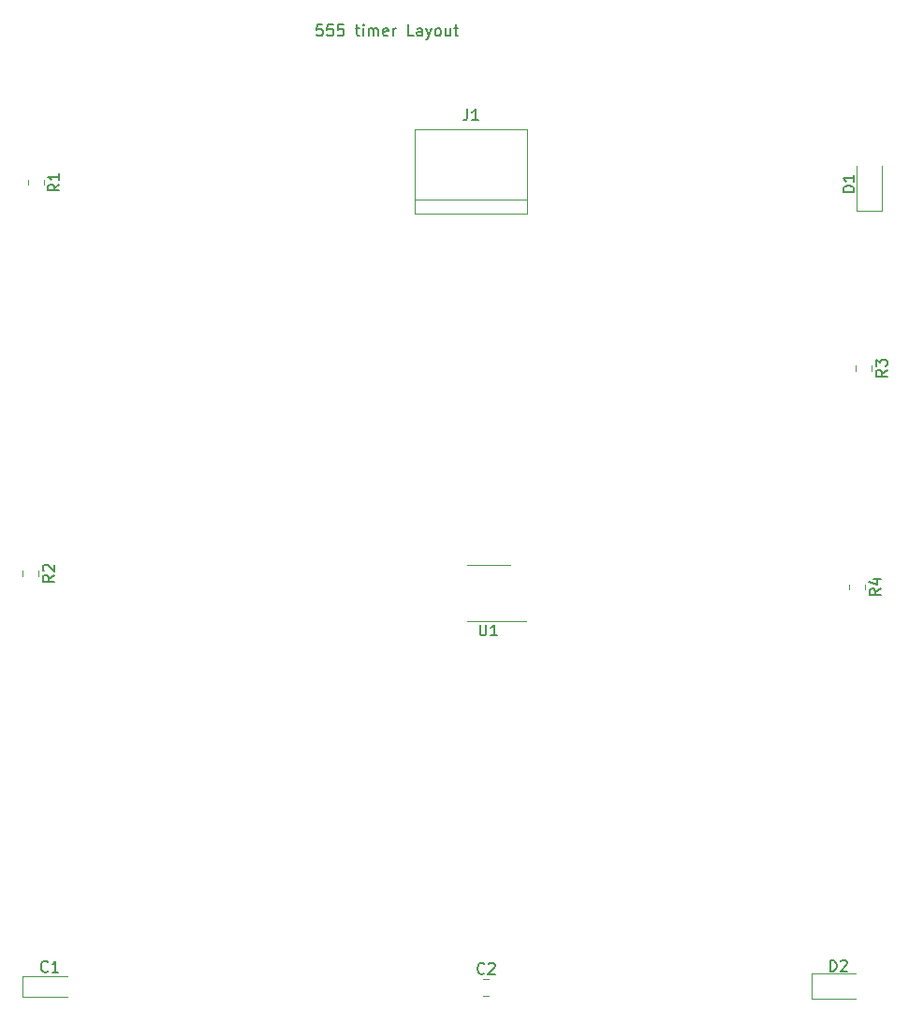
<source format=gbr>
%TF.GenerationSoftware,KiCad,Pcbnew,(6.0.10)*%
%TF.CreationDate,2023-02-17T09:18:58-08:00*%
%TF.ProjectId,PCB layout 2,50434220-6c61-4796-9f75-7420322e6b69,rev?*%
%TF.SameCoordinates,Original*%
%TF.FileFunction,Legend,Top*%
%TF.FilePolarity,Positive*%
%FSLAX46Y46*%
G04 Gerber Fmt 4.6, Leading zero omitted, Abs format (unit mm)*
G04 Created by KiCad (PCBNEW (6.0.10)) date 2023-02-17 09:18:58*
%MOMM*%
%LPD*%
G01*
G04 APERTURE LIST*
%ADD10C,0.150000*%
%ADD11C,0.120000*%
G04 APERTURE END LIST*
D10*
X126246666Y-27392380D02*
X125770476Y-27392380D01*
X125722857Y-27868571D01*
X125770476Y-27820952D01*
X125865714Y-27773333D01*
X126103809Y-27773333D01*
X126199047Y-27820952D01*
X126246666Y-27868571D01*
X126294285Y-27963809D01*
X126294285Y-28201904D01*
X126246666Y-28297142D01*
X126199047Y-28344761D01*
X126103809Y-28392380D01*
X125865714Y-28392380D01*
X125770476Y-28344761D01*
X125722857Y-28297142D01*
X127199047Y-27392380D02*
X126722857Y-27392380D01*
X126675238Y-27868571D01*
X126722857Y-27820952D01*
X126818095Y-27773333D01*
X127056190Y-27773333D01*
X127151428Y-27820952D01*
X127199047Y-27868571D01*
X127246666Y-27963809D01*
X127246666Y-28201904D01*
X127199047Y-28297142D01*
X127151428Y-28344761D01*
X127056190Y-28392380D01*
X126818095Y-28392380D01*
X126722857Y-28344761D01*
X126675238Y-28297142D01*
X128151428Y-27392380D02*
X127675238Y-27392380D01*
X127627619Y-27868571D01*
X127675238Y-27820952D01*
X127770476Y-27773333D01*
X128008571Y-27773333D01*
X128103809Y-27820952D01*
X128151428Y-27868571D01*
X128199047Y-27963809D01*
X128199047Y-28201904D01*
X128151428Y-28297142D01*
X128103809Y-28344761D01*
X128008571Y-28392380D01*
X127770476Y-28392380D01*
X127675238Y-28344761D01*
X127627619Y-28297142D01*
X129246666Y-27725714D02*
X129627619Y-27725714D01*
X129389523Y-27392380D02*
X129389523Y-28249523D01*
X129437142Y-28344761D01*
X129532380Y-28392380D01*
X129627619Y-28392380D01*
X129960952Y-28392380D02*
X129960952Y-27725714D01*
X129960952Y-27392380D02*
X129913333Y-27440000D01*
X129960952Y-27487619D01*
X130008571Y-27440000D01*
X129960952Y-27392380D01*
X129960952Y-27487619D01*
X130437142Y-28392380D02*
X130437142Y-27725714D01*
X130437142Y-27820952D02*
X130484761Y-27773333D01*
X130580000Y-27725714D01*
X130722857Y-27725714D01*
X130818095Y-27773333D01*
X130865714Y-27868571D01*
X130865714Y-28392380D01*
X130865714Y-27868571D02*
X130913333Y-27773333D01*
X131008571Y-27725714D01*
X131151428Y-27725714D01*
X131246666Y-27773333D01*
X131294285Y-27868571D01*
X131294285Y-28392380D01*
X132151428Y-28344761D02*
X132056190Y-28392380D01*
X131865714Y-28392380D01*
X131770476Y-28344761D01*
X131722857Y-28249523D01*
X131722857Y-27868571D01*
X131770476Y-27773333D01*
X131865714Y-27725714D01*
X132056190Y-27725714D01*
X132151428Y-27773333D01*
X132199047Y-27868571D01*
X132199047Y-27963809D01*
X131722857Y-28059047D01*
X132627619Y-28392380D02*
X132627619Y-27725714D01*
X132627619Y-27916190D02*
X132675238Y-27820952D01*
X132722857Y-27773333D01*
X132818095Y-27725714D01*
X132913333Y-27725714D01*
X134484761Y-28392380D02*
X134008571Y-28392380D01*
X134008571Y-27392380D01*
X135246666Y-28392380D02*
X135246666Y-27868571D01*
X135199047Y-27773333D01*
X135103809Y-27725714D01*
X134913333Y-27725714D01*
X134818095Y-27773333D01*
X135246666Y-28344761D02*
X135151428Y-28392380D01*
X134913333Y-28392380D01*
X134818095Y-28344761D01*
X134770476Y-28249523D01*
X134770476Y-28154285D01*
X134818095Y-28059047D01*
X134913333Y-28011428D01*
X135151428Y-28011428D01*
X135246666Y-27963809D01*
X135627619Y-27725714D02*
X135865714Y-28392380D01*
X136103809Y-27725714D02*
X135865714Y-28392380D01*
X135770476Y-28630476D01*
X135722857Y-28678095D01*
X135627619Y-28725714D01*
X136627619Y-28392380D02*
X136532380Y-28344761D01*
X136484761Y-28297142D01*
X136437142Y-28201904D01*
X136437142Y-27916190D01*
X136484761Y-27820952D01*
X136532380Y-27773333D01*
X136627619Y-27725714D01*
X136770476Y-27725714D01*
X136865714Y-27773333D01*
X136913333Y-27820952D01*
X136960952Y-27916190D01*
X136960952Y-28201904D01*
X136913333Y-28297142D01*
X136865714Y-28344761D01*
X136770476Y-28392380D01*
X136627619Y-28392380D01*
X137818095Y-27725714D02*
X137818095Y-28392380D01*
X137389523Y-27725714D02*
X137389523Y-28249523D01*
X137437142Y-28344761D01*
X137532380Y-28392380D01*
X137675238Y-28392380D01*
X137770476Y-28344761D01*
X137818095Y-28297142D01*
X138151428Y-27725714D02*
X138532380Y-27725714D01*
X138294285Y-27392380D02*
X138294285Y-28249523D01*
X138341904Y-28344761D01*
X138437142Y-28392380D01*
X138532380Y-28392380D01*
%TO.C,R3*%
X177327380Y-58586666D02*
X176851190Y-58920000D01*
X177327380Y-59158095D02*
X176327380Y-59158095D01*
X176327380Y-58777142D01*
X176375000Y-58681904D01*
X176422619Y-58634285D01*
X176517857Y-58586666D01*
X176660714Y-58586666D01*
X176755952Y-58634285D01*
X176803571Y-58681904D01*
X176851190Y-58777142D01*
X176851190Y-59158095D01*
X176327380Y-58253333D02*
X176327380Y-57634285D01*
X176708333Y-57967619D01*
X176708333Y-57824761D01*
X176755952Y-57729523D01*
X176803571Y-57681904D01*
X176898809Y-57634285D01*
X177136904Y-57634285D01*
X177232142Y-57681904D01*
X177279761Y-57729523D01*
X177327380Y-57824761D01*
X177327380Y-58110476D01*
X177279761Y-58205714D01*
X177232142Y-58253333D01*
%TO.C,R1*%
X102452380Y-41806666D02*
X101976190Y-42140000D01*
X102452380Y-42378095D02*
X101452380Y-42378095D01*
X101452380Y-41997142D01*
X101500000Y-41901904D01*
X101547619Y-41854285D01*
X101642857Y-41806666D01*
X101785714Y-41806666D01*
X101880952Y-41854285D01*
X101928571Y-41901904D01*
X101976190Y-41997142D01*
X101976190Y-42378095D01*
X102452380Y-40854285D02*
X102452380Y-41425714D01*
X102452380Y-41140000D02*
X101452380Y-41140000D01*
X101595238Y-41235238D01*
X101690476Y-41330476D01*
X101738095Y-41425714D01*
%TO.C,R2*%
X101967380Y-77137858D02*
X101491190Y-77471192D01*
X101967380Y-77709287D02*
X100967380Y-77709287D01*
X100967380Y-77328334D01*
X101015000Y-77233096D01*
X101062619Y-77185477D01*
X101157857Y-77137858D01*
X101300714Y-77137858D01*
X101395952Y-77185477D01*
X101443571Y-77233096D01*
X101491190Y-77328334D01*
X101491190Y-77709287D01*
X101062619Y-76756906D02*
X101015000Y-76709287D01*
X100967380Y-76614049D01*
X100967380Y-76375953D01*
X101015000Y-76280715D01*
X101062619Y-76233096D01*
X101157857Y-76185477D01*
X101253095Y-76185477D01*
X101395952Y-76233096D01*
X101967380Y-76804525D01*
X101967380Y-76185477D01*
%TO.C,J1*%
X139366666Y-35012380D02*
X139366666Y-35726666D01*
X139319047Y-35869523D01*
X139223809Y-35964761D01*
X139080952Y-36012380D01*
X138985714Y-36012380D01*
X140366666Y-36012380D02*
X139795238Y-36012380D01*
X140080952Y-36012380D02*
X140080952Y-35012380D01*
X139985714Y-35155238D01*
X139890476Y-35250476D01*
X139795238Y-35298095D01*
%TO.C,R4*%
X176737380Y-78370794D02*
X176261190Y-78704128D01*
X176737380Y-78942223D02*
X175737380Y-78942223D01*
X175737380Y-78561270D01*
X175785000Y-78466032D01*
X175832619Y-78418413D01*
X175927857Y-78370794D01*
X176070714Y-78370794D01*
X176165952Y-78418413D01*
X176213571Y-78466032D01*
X176261190Y-78561270D01*
X176261190Y-78942223D01*
X176070714Y-77513651D02*
X176737380Y-77513651D01*
X175689761Y-77751747D02*
X176404047Y-77989842D01*
X176404047Y-77370794D01*
%TO.C,D1*%
X174339880Y-42523095D02*
X173339880Y-42523095D01*
X173339880Y-42285000D01*
X173387500Y-42142142D01*
X173482738Y-42046904D01*
X173577976Y-41999285D01*
X173768452Y-41951666D01*
X173911309Y-41951666D01*
X174101785Y-41999285D01*
X174197023Y-42046904D01*
X174292261Y-42142142D01*
X174339880Y-42285000D01*
X174339880Y-42523095D01*
X174339880Y-40999285D02*
X174339880Y-41570714D01*
X174339880Y-41285000D02*
X173339880Y-41285000D01*
X173482738Y-41380238D01*
X173577976Y-41475476D01*
X173625595Y-41570714D01*
%TO.C,C1*%
X101433333Y-112907142D02*
X101385714Y-112954761D01*
X101242857Y-113002380D01*
X101147619Y-113002380D01*
X101004761Y-112954761D01*
X100909523Y-112859523D01*
X100861904Y-112764285D01*
X100814285Y-112573809D01*
X100814285Y-112430952D01*
X100861904Y-112240476D01*
X100909523Y-112145238D01*
X101004761Y-112050000D01*
X101147619Y-112002380D01*
X101242857Y-112002380D01*
X101385714Y-112050000D01*
X101433333Y-112097619D01*
X102385714Y-113002380D02*
X101814285Y-113002380D01*
X102100000Y-113002380D02*
X102100000Y-112002380D01*
X102004761Y-112145238D01*
X101909523Y-112240476D01*
X101814285Y-112288095D01*
%TO.C,D2*%
X172181904Y-112932380D02*
X172181904Y-111932380D01*
X172420000Y-111932380D01*
X172562857Y-111980000D01*
X172658095Y-112075238D01*
X172705714Y-112170476D01*
X172753333Y-112360952D01*
X172753333Y-112503809D01*
X172705714Y-112694285D01*
X172658095Y-112789523D01*
X172562857Y-112884761D01*
X172420000Y-112932380D01*
X172181904Y-112932380D01*
X173134285Y-112027619D02*
X173181904Y-111980000D01*
X173277142Y-111932380D01*
X173515238Y-111932380D01*
X173610476Y-111980000D01*
X173658095Y-112027619D01*
X173705714Y-112122857D01*
X173705714Y-112218095D01*
X173658095Y-112360952D01*
X173086666Y-112932380D01*
X173705714Y-112932380D01*
%TO.C,C2*%
X140895833Y-113087142D02*
X140848214Y-113134761D01*
X140705357Y-113182380D01*
X140610119Y-113182380D01*
X140467261Y-113134761D01*
X140372023Y-113039523D01*
X140324404Y-112944285D01*
X140276785Y-112753809D01*
X140276785Y-112610952D01*
X140324404Y-112420476D01*
X140372023Y-112325238D01*
X140467261Y-112230000D01*
X140610119Y-112182380D01*
X140705357Y-112182380D01*
X140848214Y-112230000D01*
X140895833Y-112277619D01*
X141276785Y-112277619D02*
X141324404Y-112230000D01*
X141419642Y-112182380D01*
X141657738Y-112182380D01*
X141752976Y-112230000D01*
X141800595Y-112277619D01*
X141848214Y-112372857D01*
X141848214Y-112468095D01*
X141800595Y-112610952D01*
X141229166Y-113182380D01*
X141848214Y-113182380D01*
%TO.C,U1*%
X140503095Y-81592380D02*
X140503095Y-82401904D01*
X140550714Y-82497142D01*
X140598333Y-82544761D01*
X140693571Y-82592380D01*
X140884047Y-82592380D01*
X140979285Y-82544761D01*
X141026904Y-82497142D01*
X141074523Y-82401904D01*
X141074523Y-81592380D01*
X142074523Y-82592380D02*
X141503095Y-82592380D01*
X141788809Y-82592380D02*
X141788809Y-81592380D01*
X141693571Y-81735238D01*
X141598333Y-81830476D01*
X141503095Y-81878095D01*
D11*
%TO.C,R3*%
X174490000Y-58192936D02*
X174490000Y-58647064D01*
X175960000Y-58192936D02*
X175960000Y-58647064D01*
%TO.C,R1*%
X99615000Y-41412936D02*
X99615000Y-41867064D01*
X101085000Y-41412936D02*
X101085000Y-41867064D01*
%TO.C,R2*%
X99130000Y-76744128D02*
X99130000Y-77198256D01*
X100600000Y-76744128D02*
X100600000Y-77198256D01*
%TO.C,J1*%
X144780000Y-43180000D02*
X134620000Y-43180000D01*
X134620000Y-44450000D02*
X144780000Y-44450000D01*
X144780000Y-44450000D02*
X144780000Y-36830000D01*
X134620000Y-36830000D02*
X134620000Y-44450000D01*
X144780000Y-36830000D02*
X134620000Y-36830000D01*
%TO.C,R4*%
X175370000Y-77977064D02*
X175370000Y-78431192D01*
X173900000Y-77977064D02*
X173900000Y-78431192D01*
%TO.C,D1*%
X174572500Y-40185000D02*
X174572500Y-44245000D01*
X174572500Y-44245000D02*
X176842500Y-44245000D01*
X176842500Y-44245000D02*
X176842500Y-40185000D01*
%TO.C,C1*%
X99115000Y-113365000D02*
X99115000Y-115235000D01*
X103200000Y-113365000D02*
X99115000Y-113365000D01*
X99115000Y-115235000D02*
X103200000Y-115235000D01*
%TO.C,D2*%
X174520000Y-113165000D02*
X170460000Y-113165000D01*
X170460000Y-113165000D02*
X170460000Y-115435000D01*
X170460000Y-115435000D02*
X174520000Y-115435000D01*
%TO.C,C2*%
X140801248Y-113675000D02*
X141323752Y-113675000D01*
X140801248Y-115145000D02*
X141323752Y-115145000D01*
%TO.C,U1*%
X141265000Y-76180000D02*
X139315000Y-76180000D01*
X141265000Y-81300000D02*
X139315000Y-81300000D01*
X141265000Y-76180000D02*
X143215000Y-76180000D01*
X141265000Y-81300000D02*
X144715000Y-81300000D01*
%TD*%
M02*

</source>
